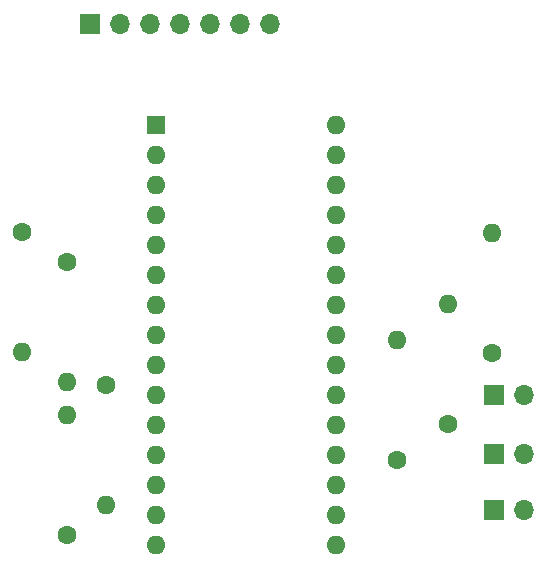
<source format=gbl>
G04 #@! TF.GenerationSoftware,KiCad,Pcbnew,7.0.7*
G04 #@! TF.CreationDate,2024-03-11T23:12:29+01:00*
G04 #@! TF.ProjectId,RocketTX,526f636b-6574-4545-982e-6b696361645f,rev?*
G04 #@! TF.SameCoordinates,Original*
G04 #@! TF.FileFunction,Copper,L2,Bot*
G04 #@! TF.FilePolarity,Positive*
%FSLAX46Y46*%
G04 Gerber Fmt 4.6, Leading zero omitted, Abs format (unit mm)*
G04 Created by KiCad (PCBNEW 7.0.7) date 2024-03-11 23:12:29*
%MOMM*%
%LPD*%
G01*
G04 APERTURE LIST*
G04 #@! TA.AperFunction,ComponentPad*
%ADD10C,1.600000*%
G04 #@! TD*
G04 #@! TA.AperFunction,ComponentPad*
%ADD11O,1.600000X1.600000*%
G04 #@! TD*
G04 #@! TA.AperFunction,ComponentPad*
%ADD12R,1.700000X1.700000*%
G04 #@! TD*
G04 #@! TA.AperFunction,ComponentPad*
%ADD13O,1.700000X1.700000*%
G04 #@! TD*
G04 #@! TA.AperFunction,ComponentPad*
%ADD14R,1.600000X1.600000*%
G04 #@! TD*
G04 APERTURE END LIST*
D10*
X121438000Y-97917000D03*
D11*
X121438000Y-108077000D03*
D10*
X150394000Y-101219000D03*
D11*
X150394000Y-91059000D03*
D10*
X114326000Y-84963000D03*
D11*
X114326000Y-95123000D03*
X118136000Y-97663000D03*
D10*
X118136000Y-87503000D03*
D12*
X120015000Y-67310000D03*
D13*
X122555000Y-67310000D03*
X125095000Y-67310000D03*
X127635000Y-67310000D03*
X130175000Y-67310000D03*
X132715000Y-67310000D03*
X135255000Y-67310000D03*
D12*
X154250000Y-108475000D03*
D13*
X156790000Y-108475000D03*
D12*
X154250000Y-103725000D03*
D13*
X156790000Y-103725000D03*
D10*
X146076000Y-104267000D03*
D11*
X146076000Y-94107000D03*
D14*
X125658000Y-75891000D03*
D11*
X125658000Y-78431000D03*
X125658000Y-80971000D03*
X125658000Y-83511000D03*
X125658000Y-86051000D03*
X125658000Y-88591000D03*
X125658000Y-91131000D03*
X125658000Y-93671000D03*
X125658000Y-96211000D03*
X125658000Y-98751000D03*
X125658000Y-101291000D03*
X125658000Y-103831000D03*
X125658000Y-106371000D03*
X125658000Y-108911000D03*
X125658000Y-111451000D03*
X140898000Y-111451000D03*
X140898000Y-108911000D03*
X140898000Y-106371000D03*
X140898000Y-103831000D03*
X140898000Y-101291000D03*
X140898000Y-98751000D03*
X140898000Y-96211000D03*
X140898000Y-93671000D03*
X140898000Y-91131000D03*
X140898000Y-88591000D03*
X140898000Y-86051000D03*
X140898000Y-83511000D03*
X140898000Y-80971000D03*
X140898000Y-78431000D03*
X140898000Y-75891000D03*
D10*
X154106000Y-95195000D03*
D11*
X154106000Y-85035000D03*
D12*
X154250000Y-98750000D03*
D13*
X156790000Y-98750000D03*
D10*
X118136000Y-110617000D03*
D11*
X118136000Y-100457000D03*
M02*

</source>
